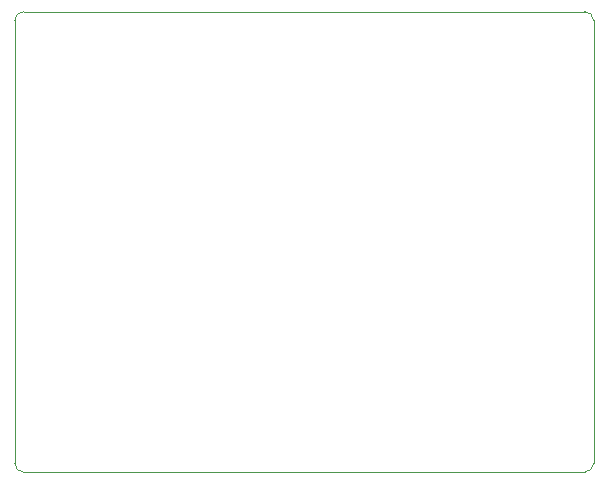
<source format=gbr>
%TF.GenerationSoftware,KiCad,Pcbnew,(5.1.8)-1*%
%TF.CreationDate,2021-01-10T00:46:59-06:00*%
%TF.ProjectId,GBAHD_Shield,47424148-445f-4536-9869-656c642e6b69,rev?*%
%TF.SameCoordinates,Original*%
%TF.FileFunction,Profile,NP*%
%FSLAX46Y46*%
G04 Gerber Fmt 4.6, Leading zero omitted, Abs format (unit mm)*
G04 Created by KiCad (PCBNEW (5.1.8)-1) date 2021-01-10 00:46:59*
%MOMM*%
%LPD*%
G01*
G04 APERTURE LIST*
%TA.AperFunction,Profile*%
%ADD10C,0.050000*%
%TD*%
G04 APERTURE END LIST*
D10*
X44750000Y-65500000D02*
G75*
G02*
X44000000Y-64750000I0J750000D01*
G01*
X93000000Y-64750000D02*
G75*
G02*
X92250000Y-65500000I-750000J0D01*
G01*
X92250000Y-26500000D02*
G75*
G02*
X93000000Y-27250000I0J-750000D01*
G01*
X44000000Y-27250000D02*
G75*
G02*
X44750000Y-26500000I750000J0D01*
G01*
X44000000Y-64750000D02*
X44000000Y-27250000D01*
X92250000Y-65500000D02*
X44750000Y-65500000D01*
X93000000Y-27250000D02*
X93000000Y-64750000D01*
X92250000Y-26500000D02*
X44750000Y-26500000D01*
M02*

</source>
